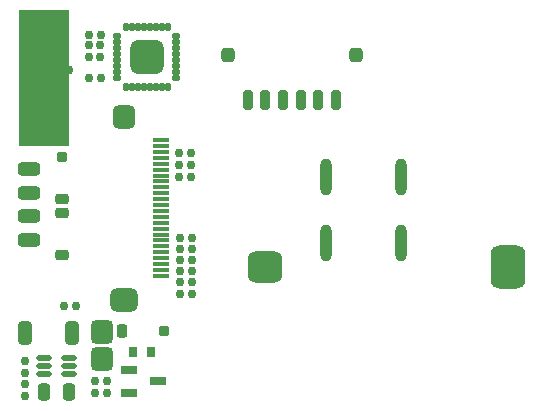
<source format=gts>
G04*
G04 #@! TF.GenerationSoftware,Altium Limited,Altium Designer,18.1.7 (191)*
G04*
G04 Layer_Color=8388736*
%FSLAX25Y25*%
%MOIN*%
G70*
G01*
G75*
%ADD42R,0.16770X0.45536*%
G04:AMPARAMS|DCode=43|XSize=31.62mil|YSize=67.06mil|CornerRadius=9.91mil|HoleSize=0mil|Usage=FLASHONLY|Rotation=180.000|XOffset=0mil|YOffset=0mil|HoleType=Round|Shape=RoundedRectangle|*
%AMROUNDEDRECTD43*
21,1,0.03162,0.04724,0,0,180.0*
21,1,0.01181,0.06706,0,0,180.0*
1,1,0.01981,-0.00591,0.02362*
1,1,0.01981,0.00591,0.02362*
1,1,0.01981,0.00591,-0.02362*
1,1,0.01981,-0.00591,-0.02362*
%
%ADD43ROUNDEDRECTD43*%
G04:AMPARAMS|DCode=44|XSize=47.37mil|YSize=47.37mil|CornerRadius=13.84mil|HoleSize=0mil|Usage=FLASHONLY|Rotation=180.000|XOffset=0mil|YOffset=0mil|HoleType=Round|Shape=RoundedRectangle|*
%AMROUNDEDRECTD44*
21,1,0.04737,0.01968,0,0,180.0*
21,1,0.01968,0.04737,0,0,180.0*
1,1,0.02769,-0.00984,0.00984*
1,1,0.02769,0.00984,0.00984*
1,1,0.02769,0.00984,-0.00984*
1,1,0.02769,-0.00984,-0.00984*
%
%ADD44ROUNDEDRECTD44*%
G04:AMPARAMS|DCode=45|XSize=46mil|YSize=80mil|CornerRadius=13mil|HoleSize=0mil|Usage=FLASHONLY|Rotation=180.000|XOffset=0mil|YOffset=0mil|HoleType=Round|Shape=RoundedRectangle|*
%AMROUNDEDRECTD45*
21,1,0.04600,0.05400,0,0,180.0*
21,1,0.02000,0.08000,0,0,180.0*
1,1,0.02600,-0.01000,0.02700*
1,1,0.02600,0.01000,0.02700*
1,1,0.02600,0.01000,-0.02700*
1,1,0.02600,-0.01000,-0.02700*
%
%ADD45ROUNDEDRECTD45*%
G04:AMPARAMS|DCode=46|XSize=116mil|YSize=146mil|CornerRadius=30.5mil|HoleSize=0mil|Usage=FLASHONLY|Rotation=0.000|XOffset=0mil|YOffset=0mil|HoleType=Round|Shape=RoundedRectangle|*
%AMROUNDEDRECTD46*
21,1,0.11600,0.08500,0,0,0.0*
21,1,0.05500,0.14600,0,0,0.0*
1,1,0.06100,0.02750,-0.04250*
1,1,0.06100,-0.02750,-0.04250*
1,1,0.06100,-0.02750,0.04250*
1,1,0.06100,0.02750,0.04250*
%
%ADD46ROUNDEDRECTD46*%
G04:AMPARAMS|DCode=47|XSize=116mil|YSize=106mil|CornerRadius=28mil|HoleSize=0mil|Usage=FLASHONLY|Rotation=0.000|XOffset=0mil|YOffset=0mil|HoleType=Round|Shape=RoundedRectangle|*
%AMROUNDEDRECTD47*
21,1,0.11600,0.05000,0,0,0.0*
21,1,0.06000,0.10600,0,0,0.0*
1,1,0.05600,0.03000,-0.02500*
1,1,0.05600,-0.03000,-0.02500*
1,1,0.05600,-0.03000,0.02500*
1,1,0.05600,0.03000,0.02500*
%
%ADD47ROUNDEDRECTD47*%
G04:AMPARAMS|DCode=48|XSize=26mil|YSize=26mil|CornerRadius=8mil|HoleSize=0mil|Usage=FLASHONLY|Rotation=270.000|XOffset=0mil|YOffset=0mil|HoleType=Round|Shape=RoundedRectangle|*
%AMROUNDEDRECTD48*
21,1,0.02600,0.01000,0,0,270.0*
21,1,0.01000,0.02600,0,0,270.0*
1,1,0.01600,-0.00500,-0.00500*
1,1,0.01600,-0.00500,0.00500*
1,1,0.01600,0.00500,0.00500*
1,1,0.01600,0.00500,-0.00500*
%
%ADD48ROUNDEDRECTD48*%
G04:AMPARAMS|DCode=49|XSize=29.62mil|YSize=56mil|CornerRadius=8.91mil|HoleSize=0mil|Usage=FLASHONLY|Rotation=90.000|XOffset=0mil|YOffset=0mil|HoleType=Round|Shape=RoundedRectangle|*
%AMROUNDEDRECTD49*
21,1,0.02962,0.03819,0,0,90.0*
21,1,0.01181,0.05600,0,0,90.0*
1,1,0.01781,0.01909,0.00591*
1,1,0.01781,0.01909,-0.00591*
1,1,0.01781,-0.01909,-0.00591*
1,1,0.01781,-0.01909,0.00591*
%
%ADD49ROUNDEDRECTD49*%
G04:AMPARAMS|DCode=50|XSize=57.18mil|YSize=41.43mil|CornerRadius=11.86mil|HoleSize=0mil|Usage=FLASHONLY|Rotation=270.000|XOffset=0mil|YOffset=0mil|HoleType=Round|Shape=RoundedRectangle|*
%AMROUNDEDRECTD50*
21,1,0.05718,0.01772,0,0,270.0*
21,1,0.03347,0.04143,0,0,270.0*
1,1,0.02372,-0.00886,-0.01673*
1,1,0.02372,-0.00886,0.01673*
1,1,0.02372,0.00886,0.01673*
1,1,0.02372,0.00886,-0.01673*
%
%ADD50ROUNDEDRECTD50*%
G04:AMPARAMS|DCode=51|XSize=26mil|YSize=26mil|CornerRadius=8mil|HoleSize=0mil|Usage=FLASHONLY|Rotation=180.000|XOffset=0mil|YOffset=0mil|HoleType=Round|Shape=RoundedRectangle|*
%AMROUNDEDRECTD51*
21,1,0.02600,0.01000,0,0,180.0*
21,1,0.01000,0.02600,0,0,180.0*
1,1,0.01600,-0.00500,0.00500*
1,1,0.01600,0.00500,0.00500*
1,1,0.01600,0.00500,-0.00500*
1,1,0.01600,-0.00500,-0.00500*
%
%ADD51ROUNDEDRECTD51*%
G04:AMPARAMS|DCode=52|XSize=52mil|YSize=20mil|CornerRadius=6.5mil|HoleSize=0mil|Usage=FLASHONLY|Rotation=0.000|XOffset=0mil|YOffset=0mil|HoleType=Round|Shape=RoundedRectangle|*
%AMROUNDEDRECTD52*
21,1,0.05200,0.00700,0,0,0.0*
21,1,0.03900,0.02000,0,0,0.0*
1,1,0.01300,0.01950,-0.00350*
1,1,0.01300,-0.01950,-0.00350*
1,1,0.01300,-0.01950,0.00350*
1,1,0.01300,0.01950,0.00350*
%
%ADD52ROUNDEDRECTD52*%
G04:AMPARAMS|DCode=53|XSize=36mil|YSize=28mil|CornerRadius=8.5mil|HoleSize=0mil|Usage=FLASHONLY|Rotation=90.000|XOffset=0mil|YOffset=0mil|HoleType=Round|Shape=RoundedRectangle|*
%AMROUNDEDRECTD53*
21,1,0.03600,0.01100,0,0,90.0*
21,1,0.01900,0.02800,0,0,90.0*
1,1,0.01700,0.00550,0.00950*
1,1,0.01700,0.00550,-0.00950*
1,1,0.01700,-0.00550,-0.00950*
1,1,0.01700,-0.00550,0.00950*
%
%ADD53ROUNDEDRECTD53*%
G04:AMPARAMS|DCode=54|XSize=81mil|YSize=76mil|CornerRadius=20.5mil|HoleSize=0mil|Usage=FLASHONLY|Rotation=90.000|XOffset=0mil|YOffset=0mil|HoleType=Round|Shape=RoundedRectangle|*
%AMROUNDEDRECTD54*
21,1,0.08100,0.03500,0,0,90.0*
21,1,0.04000,0.07600,0,0,90.0*
1,1,0.04100,0.01750,0.02000*
1,1,0.04100,0.01750,-0.02000*
1,1,0.04100,-0.01750,-0.02000*
1,1,0.04100,-0.01750,0.02000*
%
%ADD54ROUNDEDRECTD54*%
G04:AMPARAMS|DCode=55|XSize=36mil|YSize=46mil|CornerRadius=10.5mil|HoleSize=0mil|Usage=FLASHONLY|Rotation=180.000|XOffset=0mil|YOffset=0mil|HoleType=Round|Shape=RoundedRectangle|*
%AMROUNDEDRECTD55*
21,1,0.03600,0.02500,0,0,180.0*
21,1,0.01500,0.04600,0,0,180.0*
1,1,0.02100,-0.00750,0.01250*
1,1,0.02100,0.00750,0.01250*
1,1,0.02100,0.00750,-0.01250*
1,1,0.02100,-0.00750,-0.01250*
%
%ADD55ROUNDEDRECTD55*%
G04:AMPARAMS|DCode=56|XSize=36mil|YSize=36mil|CornerRadius=10.5mil|HoleSize=0mil|Usage=FLASHONLY|Rotation=180.000|XOffset=0mil|YOffset=0mil|HoleType=Round|Shape=RoundedRectangle|*
%AMROUNDEDRECTD56*
21,1,0.03600,0.01500,0,0,180.0*
21,1,0.01500,0.03600,0,0,180.0*
1,1,0.02100,-0.00750,0.00750*
1,1,0.02100,0.00750,0.00750*
1,1,0.02100,0.00750,-0.00750*
1,1,0.02100,-0.00750,-0.00750*
%
%ADD56ROUNDEDRECTD56*%
G04:AMPARAMS|DCode=57|XSize=36mil|YSize=46mil|CornerRadius=10.5mil|HoleSize=0mil|Usage=FLASHONLY|Rotation=270.000|XOffset=0mil|YOffset=0mil|HoleType=Round|Shape=RoundedRectangle|*
%AMROUNDEDRECTD57*
21,1,0.03600,0.02500,0,0,270.0*
21,1,0.01500,0.04600,0,0,270.0*
1,1,0.02100,-0.01250,-0.00750*
1,1,0.02100,-0.01250,0.00750*
1,1,0.02100,0.01250,0.00750*
1,1,0.02100,0.01250,-0.00750*
%
%ADD57ROUNDEDRECTD57*%
G04:AMPARAMS|DCode=58|XSize=36mil|YSize=36mil|CornerRadius=10.5mil|HoleSize=0mil|Usage=FLASHONLY|Rotation=270.000|XOffset=0mil|YOffset=0mil|HoleType=Round|Shape=RoundedRectangle|*
%AMROUNDEDRECTD58*
21,1,0.03600,0.01500,0,0,270.0*
21,1,0.01500,0.03600,0,0,270.0*
1,1,0.02100,-0.00750,-0.00750*
1,1,0.02100,-0.00750,0.00750*
1,1,0.02100,0.00750,0.00750*
1,1,0.02100,0.00750,-0.00750*
%
%ADD58ROUNDEDRECTD58*%
G04:AMPARAMS|DCode=59|XSize=45.37mil|YSize=76mil|CornerRadius=12.84mil|HoleSize=0mil|Usage=FLASHONLY|Rotation=270.000|XOffset=0mil|YOffset=0mil|HoleType=Round|Shape=RoundedRectangle|*
%AMROUNDEDRECTD59*
21,1,0.04537,0.05031,0,0,270.0*
21,1,0.01968,0.07600,0,0,270.0*
1,1,0.02568,-0.02516,-0.00984*
1,1,0.02568,-0.02516,0.00984*
1,1,0.02568,0.02516,0.00984*
1,1,0.02568,0.02516,-0.00984*
%
%ADD59ROUNDEDRECTD59*%
G04:AMPARAMS|DCode=60|XSize=112.3mil|YSize=116.24mil|CornerRadius=29.58mil|HoleSize=0mil|Usage=FLASHONLY|Rotation=0.000|XOffset=0mil|YOffset=0mil|HoleType=Round|Shape=RoundedRectangle|*
%AMROUNDEDRECTD60*
21,1,0.11230,0.05709,0,0,0.0*
21,1,0.05315,0.11624,0,0,0.0*
1,1,0.05915,0.02657,-0.02854*
1,1,0.05915,-0.02657,-0.02854*
1,1,0.05915,-0.02657,0.02854*
1,1,0.05915,0.02657,0.02854*
%
%ADD60ROUNDEDRECTD60*%
G04:AMPARAMS|DCode=61|XSize=17.81mil|YSize=29.62mil|CornerRadius=5.95mil|HoleSize=0mil|Usage=FLASHONLY|Rotation=90.000|XOffset=0mil|YOffset=0mil|HoleType=Round|Shape=RoundedRectangle|*
%AMROUNDEDRECTD61*
21,1,0.01781,0.01772,0,0,90.0*
21,1,0.00591,0.02962,0,0,90.0*
1,1,0.01191,0.00886,0.00295*
1,1,0.01191,0.00886,-0.00295*
1,1,0.01191,-0.00886,-0.00295*
1,1,0.01191,-0.00886,0.00295*
%
%ADD61ROUNDEDRECTD61*%
G04:AMPARAMS|DCode=62|XSize=17.81mil|YSize=29.62mil|CornerRadius=5.95mil|HoleSize=0mil|Usage=FLASHONLY|Rotation=180.000|XOffset=0mil|YOffset=0mil|HoleType=Round|Shape=RoundedRectangle|*
%AMROUNDEDRECTD62*
21,1,0.01781,0.01772,0,0,180.0*
21,1,0.00591,0.02962,0,0,180.0*
1,1,0.01191,-0.00295,0.00886*
1,1,0.01191,0.00295,0.00886*
1,1,0.01191,0.00295,-0.00886*
1,1,0.01191,-0.00295,-0.00886*
%
%ADD62ROUNDEDRECTD62*%
G04:AMPARAMS|DCode=63|XSize=56mil|YSize=16mil|CornerRadius=5.5mil|HoleSize=0mil|Usage=FLASHONLY|Rotation=0.000|XOffset=0mil|YOffset=0mil|HoleType=Round|Shape=RoundedRectangle|*
%AMROUNDEDRECTD63*
21,1,0.05600,0.00500,0,0,0.0*
21,1,0.04500,0.01600,0,0,0.0*
1,1,0.01100,0.02250,-0.00250*
1,1,0.01100,-0.02250,-0.00250*
1,1,0.01100,-0.02250,0.00250*
1,1,0.01100,0.02250,0.00250*
%
%ADD63ROUNDEDRECTD63*%
G04:AMPARAMS|DCode=64|XSize=92mil|YSize=78mil|CornerRadius=21mil|HoleSize=0mil|Usage=FLASHONLY|Rotation=180.000|XOffset=0mil|YOffset=0mil|HoleType=Round|Shape=RoundedRectangle|*
%AMROUNDEDRECTD64*
21,1,0.09200,0.03600,0,0,180.0*
21,1,0.05000,0.07800,0,0,180.0*
1,1,0.04200,-0.02500,0.01800*
1,1,0.04200,0.02500,0.01800*
1,1,0.04200,0.02500,-0.01800*
1,1,0.04200,-0.02500,-0.01800*
%
%ADD64ROUNDEDRECTD64*%
G04:AMPARAMS|DCode=65|XSize=76mil|YSize=78mil|CornerRadius=20.5mil|HoleSize=0mil|Usage=FLASHONLY|Rotation=180.000|XOffset=0mil|YOffset=0mil|HoleType=Round|Shape=RoundedRectangle|*
%AMROUNDEDRECTD65*
21,1,0.07600,0.03700,0,0,180.0*
21,1,0.03500,0.07800,0,0,180.0*
1,1,0.04100,-0.01750,0.01850*
1,1,0.04100,0.01750,0.01850*
1,1,0.04100,0.01750,-0.01850*
1,1,0.04100,-0.01750,-0.01850*
%
%ADD65ROUNDEDRECTD65*%
%ADD66C,0.00600*%
%ADD67O,0.03750X0.12411*%
D42*
X-2115Y131232D02*
D03*
D43*
X83500Y124000D02*
D03*
X77595D02*
D03*
X95311D02*
D03*
X89406D02*
D03*
X71689D02*
D03*
X65784D02*
D03*
D44*
X101811Y139142D02*
D03*
X59284D02*
D03*
D45*
X-8300Y46400D02*
D03*
X7300D02*
D03*
D46*
X152600Y68500D02*
D03*
D47*
X71600D02*
D03*
D48*
X8700Y55400D02*
D03*
X4700D02*
D03*
X18800Y26200D02*
D03*
X14800D02*
D03*
X18800Y30200D02*
D03*
X14800D02*
D03*
X47000Y102400D02*
D03*
X43000D02*
D03*
X43250Y77900D02*
D03*
X47250D02*
D03*
X12800Y131300D02*
D03*
X16800D02*
D03*
X12800Y145700D02*
D03*
X16800D02*
D03*
X6200Y133900D02*
D03*
X2200D02*
D03*
X43000Y106500D02*
D03*
X47000D02*
D03*
X43000Y98300D02*
D03*
X47000D02*
D03*
X43250Y74220D02*
D03*
X47250D02*
D03*
X43250Y70540D02*
D03*
X47250D02*
D03*
X43250Y66860D02*
D03*
X47250D02*
D03*
X43250Y63180D02*
D03*
X47250D02*
D03*
X43250Y59500D02*
D03*
X47250D02*
D03*
D49*
X35906Y30200D02*
D03*
X26094Y26460D02*
D03*
Y33940D02*
D03*
D50*
X6134Y26600D02*
D03*
X-2134D02*
D03*
D51*
X-8400Y29300D02*
D03*
Y25300D02*
D03*
X-8300Y37100D02*
D03*
Y33100D02*
D03*
X16600Y142300D02*
D03*
Y138300D02*
D03*
X13000Y142300D02*
D03*
Y138300D02*
D03*
D52*
X-2000Y37900D02*
D03*
Y35300D02*
D03*
Y32700D02*
D03*
X6200D02*
D03*
Y35300D02*
D03*
Y37900D02*
D03*
D53*
X27600Y40100D02*
D03*
X33600D02*
D03*
D54*
X17100Y46628D02*
D03*
Y37572D02*
D03*
D55*
X23800Y46900D02*
D03*
D56*
X37800D02*
D03*
D57*
X4000Y91000D02*
D03*
Y72500D02*
D03*
Y86500D02*
D03*
D58*
Y105000D02*
D03*
D59*
X-7200Y85226D02*
D03*
Y77352D02*
D03*
Y93100D02*
D03*
Y100974D02*
D03*
D60*
X32100Y138200D02*
D03*
D61*
X22100Y131200D02*
D03*
Y133200D02*
D03*
Y135200D02*
D03*
Y137200D02*
D03*
Y139200D02*
D03*
Y141200D02*
D03*
Y145200D02*
D03*
Y143200D02*
D03*
X42000Y145200D02*
D03*
Y143200D02*
D03*
Y141200D02*
D03*
Y139200D02*
D03*
Y137200D02*
D03*
Y135200D02*
D03*
Y131200D02*
D03*
Y133200D02*
D03*
D62*
X39100Y128200D02*
D03*
X37100D02*
D03*
X35100D02*
D03*
X33100D02*
D03*
X31100D02*
D03*
X29100D02*
D03*
X25100D02*
D03*
X27100D02*
D03*
X39100Y148200D02*
D03*
X37100D02*
D03*
X35100D02*
D03*
X33100D02*
D03*
X31100D02*
D03*
X29100D02*
D03*
X25100D02*
D03*
X27100D02*
D03*
D63*
X36898Y65362D02*
D03*
Y67331D02*
D03*
Y69299D02*
D03*
Y71268D02*
D03*
Y73236D02*
D03*
Y75205D02*
D03*
Y77173D02*
D03*
Y79142D02*
D03*
Y81110D02*
D03*
Y83079D02*
D03*
Y85047D02*
D03*
Y87016D02*
D03*
Y88984D02*
D03*
Y90953D02*
D03*
Y92921D02*
D03*
Y94890D02*
D03*
Y96858D02*
D03*
Y98827D02*
D03*
Y100795D02*
D03*
Y102764D02*
D03*
Y104732D02*
D03*
Y106701D02*
D03*
Y108669D02*
D03*
Y110638D02*
D03*
D64*
X24500Y57500D02*
D03*
D65*
Y118500D02*
D03*
D66*
X-500Y42900D02*
D03*
Y49900D02*
D03*
D67*
X92000Y76500D02*
D03*
X116800D02*
D03*
Y98300D02*
D03*
X92000D02*
D03*
M02*

</source>
